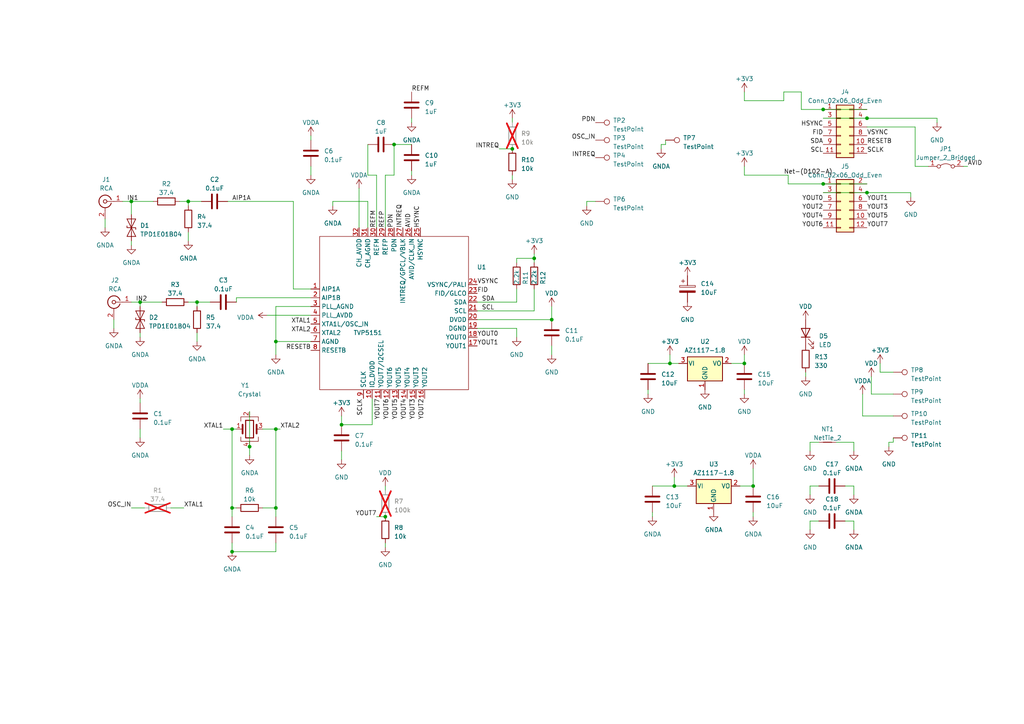
<source format=kicad_sch>
(kicad_sch (version 20230121) (generator eeschema)
  (paper "A4")
  (lib_symbols
    (symbol "Connector:Conn_Coaxial" (pin_names (offset 1.016) hide)
      (property "Reference" "J" (at 0.254 3.048 0))
      (property "Value" "Conn_Coaxial" (at 2.921 0 90))
      (symbol "Conn_Coaxial_0_1"
        (arc (start -1.778 -0.508) (mid 0.2311 -1.8066) (end 1.778 0) (stroke (width 0.254)))
        (polyline (pts (xy -2.54 0) (xy -0.508 0)))
        (polyline (pts (xy 0 -2.54) (xy 0 -1.778)))
        (circle (center 0 0) (radius 0.508) (stroke (width 0.2032)))
        (arc (start 1.778 0) (mid 0.2099 1.8101) (end -1.778 0.508) (stroke (width 0.254)))
      )
      (symbol "Conn_Coaxial_1_1"
        (pin passive line (at -5.08 0 0) (length 2.54) (name "In") (number "1"))
        (pin passive line (at 0 -5.08 90) (length 2.54) (name "Ext") (number "2"))
      )
    )
    (symbol "Connector:TestPoint" (pin_numbers hide) (pin_names (offset 0.762) hide)
      (property "Reference" "TP" (at 0 6.858 0))
      (property "Value" "TestPoint" (at 0 5.08 0))
      (symbol "TestPoint_0_1"
        (circle (center 0 3.302) (radius 0.762))
      )
      (symbol "TestPoint_1_1"
        (pin passive line (at 0 0 90) (length 2.54) (name "1") (number "1"))
      )
    )
    (symbol "Connector_Generic:Conn_02x06_Odd_Even" (pin_names (offset 1.016) hide)
      (property "Reference" "J" (at 1.27 7.62 0))
      (property "Value" "Conn_02x06_Odd_Even" (at 1.27 -10.16 0))
      (symbol "Conn_02x06_Odd_Even_1_1"
        (rectangle (start -1.27 -7.493) (end 0 -7.747) (stroke (width 0.1524)))
        (rectangle (start -1.27 -4.953) (end 0 -5.207) (stroke (width 0.1524)))
        (rectangle (start -1.27 -2.413) (end 0 -2.667) (stroke (width 0.1524)))
        (rectangle (start -1.27 0.127) (end 0 -0.127) (stroke (width 0.1524)))
        (rectangle (start -1.27 2.667) (end 0 2.413) (stroke (width 0.1524)))
        (rectangle (start -1.27 5.207) (end 0 4.953) (stroke (width 0.1524)))
        (rectangle (start -1.27 6.35) (end 3.81 -8.89) (stroke (width 0.254)) (fill (type background)))
        (rectangle (start 3.81 -7.493) (end 2.54 -7.747) (stroke (width 0.1524)))
        (rectangle (start 3.81 -4.953) (end 2.54 -5.207) (stroke (width 0.1524)))
        (rectangle (start 3.81 -2.413) (end 2.54 -2.667) (stroke (width 0.1524)))
        (rectangle (start 3.81 0.127) (end 2.54 -0.127) (stroke (width 0.1524)))
        (rectangle (start 3.81 2.667) (end 2.54 2.413) (stroke (width 0.1524)))
        (rectangle (start 3.81 5.207) (end 2.54 4.953) (stroke (width 0.1524)))
        (pin passive line (at -5.08 5.08 0) (length 3.81) (name "Pin_1") (number "1"))
        (pin passive line (at 7.62 -5.08 180) (length 3.81) (name "Pin_10") (number "10"))
        (pin passive line (at -5.08 -7.62 0) (length 3.81) (name "Pin_11") (number "11"))
        (pin passive line (at 7.62 -7.62 180) (length 3.81) (name "Pin_12") (number "12"))
        (pin passive line (at 7.62 5.08 180) (length 3.81) (name "Pin_2") (number "2"))
        (pin passive line (at -5.08 2.54 0) (length 3.81) (name "Pin_3") (number "3"))
        (pin passive line (at 7.62 2.54 180) (length 3.81) (name "Pin_4") (number "4"))
        (pin passive line (at -5.08 0 0) (length 3.81) (name "Pin_5") (number "5"))
        (pin passive line (at 7.62 0 180) (length 3.81) (name "Pin_6") (number "6"))
        (pin passive line (at -5.08 -2.54 0) (length 3.81) (name "Pin_7") (number "7"))
        (pin passive line (at 7.62 -2.54 180) (length 3.81) (name "Pin_8") (number "8"))
        (pin passive line (at -5.08 -5.08 0) (length 3.81) (name "Pin_9") (number "9"))
      )
    )
    (symbol "Device:C" (pin_numbers hide) (pin_names (offset 0.254))
      (property "Reference" "C" (at 0.635 2.54 0))
      (property "Value" "C" (at 0.635 -2.54 0))
      (symbol "C_0_1"
        (polyline (pts (xy -2.032 -0.762) (xy 2.032 -0.762)) (stroke (width 0.508)))
        (polyline (pts (xy -2.032 0.762) (xy 2.032 0.762)) (stroke (width 0.508)))
      )
      (symbol "C_1_1"
        (pin passive line (at 0 3.81 270) (length 2.794) (name "~") (number "1"))
        (pin passive line (at 0 -3.81 90) (length 2.794) (name "~") (number "2"))
      )
    )
    (symbol "Device:C_Polarized" (pin_numbers hide) (pin_names (offset 0.254))
      (property "Reference" "C" (at 0.635 2.54 0))
      (property "Value" "C_Polarized" (at 0.635 -2.54 0))
      (symbol "C_Polarized_0_1"
        (rectangle (start -2.286 0.508) (end 2.286 1.016))
        (polyline (pts (xy -1.778 2.286) (xy -0.762 2.286)))
        (polyline (pts (xy -1.27 2.794) (xy -1.27 1.778)))
        (rectangle (start 2.286 -0.508) (end -2.286 -1.016) (fill (type outline)))
      )
      (symbol "C_Polarized_1_1"
        (pin passive line (at 0 3.81 270) (length 2.794) (name "~") (number "1"))
        (pin passive line (at 0 -3.81 90) (length 2.794) (name "~") (number "2"))
      )
    )
    (symbol "Device:Crystal_GND24" (pin_names (offset 1.016) hide)
      (property "Reference" "Y" (at 3.175 5.08 0))
      (property "Value" "Crystal_GND24" (at 3.175 3.175 0))
      (symbol "Crystal_GND24_0_1"
        (rectangle (start -1.143 2.54) (end 1.143 -2.54) (stroke (width 0.3048)))
        (polyline (pts (xy -2.54 0) (xy -2.032 0)))
        (polyline (pts (xy -2.032 -1.27) (xy -2.032 1.27)) (stroke (width 0.508)))
        (polyline (pts (xy 0 -3.81) (xy 0 -3.556)))
        (polyline (pts (xy 0 3.556) (xy 0 3.81)))
        (polyline (pts (xy 2.032 -1.27) (xy 2.032 1.27)) (stroke (width 0.508)))
        (polyline (pts (xy 2.032 0) (xy 2.54 0)))
        (polyline (pts (xy -2.54 -2.286) (xy -2.54 -3.556) (xy 2.54 -3.556) (xy 2.54 -2.286)))
        (polyline (pts (xy -2.54 2.286) (xy -2.54 3.556) (xy 2.54 3.556) (xy 2.54 2.286)))
      )
      (symbol "Crystal_GND24_1_1"
        (pin passive line (at -3.81 0 0) (length 1.27) (name "1") (number "1"))
        (pin passive line (at 0 5.08 270) (length 1.27) (name "2") (number "2"))
        (pin passive line (at 3.81 0 180) (length 1.27) (name "3") (number "3"))
        (pin passive line (at 0 -5.08 90) (length 1.27) (name "4") (number "4"))
      )
    )
    (symbol "Device:LED" (pin_numbers hide) (pin_names (offset 1.016) hide)
      (property "Reference" "D" (at 0 2.54 0))
      (property "Value" "LED" (at 0 -2.54 0))
      (symbol "LED_0_1"
        (polyline (pts (xy -1.27 -1.27) (xy -1.27 1.27)) (stroke (width 0.254)))
        (polyline (pts (xy -1.27 0) (xy 1.27 0)))
        (polyline (pts (xy 1.27 -1.27) (xy 1.27 1.27) (xy -1.27 0) (xy 1.27 -1.27)) (stroke (width 0.254)))
        (polyline (pts (xy -3.048 -0.762) (xy -4.572 -2.286) (xy -3.81 -2.286) (xy -4.572 -2.286) (xy -4.572 -1.524)))
        (polyline (pts (xy -1.778 -0.762) (xy -3.302 -2.286) (xy -2.54 -2.286) (xy -3.302 -2.286) (xy -3.302 -1.524)))
      )
      (symbol "LED_1_1"
        (pin passive line (at -3.81 0 0) (length 2.54) (name "K") (number "1"))
        (pin passive line (at 3.81 0 180) (length 2.54) (name "A") (number "2"))
      )
    )
    (symbol "Device:NetTie_2" (pin_numbers hide) (pin_names (offset 0) hide) (in_bom no)
      (property "Reference" "NT" (at 0 1.27 0))
      (property "Value" "NetTie_2" (at 0 -1.27 0))
      (symbol "NetTie_2_0_1"
        (polyline (pts (xy -1.27 0) (xy 1.27 0)) (stroke (width 0.254)))
      )
      (symbol "NetTie_2_1_1"
        (pin passive line (at -2.54 0 0) (length 2.54) (name "1") (number "1"))
        (pin passive line (at 2.54 0 180) (length 2.54) (name "2") (number "2"))
      )
    )
    (symbol "Device:R" (pin_numbers hide) (pin_names (offset 0))
      (property "Reference" "R" (at 2.032 0 90))
      (property "Value" "R" (at 0 0 90))
      (symbol "R_0_1"
        (rectangle (start -1.016 -2.54) (end 1.016 2.54) (stroke (width 0.254)))
      )
      (symbol "R_1_1"
        (pin passive line (at 0 3.81 270) (length 1.27) (name "~") (number "1"))
        (pin passive line (at 0 -3.81 90) (length 1.27) (name "~") (number "2"))
      )
    )
    (symbol "Diode:ESD131-B1-W0201" (pin_numbers hide) (pin_names (offset 1.016) hide)
      (property "Reference" "D" (at 0 2.54 0))
      (property "Value" "ESD131-B1-W0201" (at 0 -2.54 0))
      (symbol "ESD131-B1-W0201_0_1"
        (polyline (pts (xy 1.27 0) (xy -1.27 0)))
        (polyline (pts (xy -2.54 -1.27) (xy 0 0) (xy -2.54 1.27) (xy -2.54 -1.27)) (stroke (width 0.2032)))
        (polyline (pts (xy 0.508 1.27) (xy 0 1.27) (xy 0 -1.27) (xy -0.508 -1.27)) (stroke (width 0.2032)))
        (polyline (pts (xy 2.54 1.27) (xy 2.54 -1.27) (xy 0 0) (xy 2.54 1.27)) (stroke (width 0.2032)))
      )
      (symbol "ESD131-B1-W0201_1_1"
        (pin passive line (at -3.81 0 0) (length 2.54) (name "A1") (number "1"))
        (pin passive line (at 3.81 0 180) (length 2.54) (name "A2") (number "2"))
      )
    )
    (symbol "Jumper:Jumper_2_Bridged" (pin_names (offset 0) hide)
      (property "Reference" "JP" (at 0 1.905 0))
      (property "Value" "Jumper_2_Bridged" (at 0 -2.54 0))
      (symbol "Jumper_2_Bridged_0_0"
        (circle (center -2.032 0) (radius 0.508))
        (circle (center 2.032 0) (radius 0.508))
      )
      (symbol "Jumper_2_Bridged_0_1"
        (arc (start 1.524 0.254) (mid 0 0.762) (end -1.524 0.254))
      )
      (symbol "Jumper_2_Bridged_1_1"
        (pin passive line (at -5.08 0 0) (length 2.54) (name "A") (number "1"))
        (pin passive line (at 5.08 0 180) (length 2.54) (name "B") (number "2"))
      )
    )
    (symbol "Regulator_Linear:AZ1117-1.8" (pin_names (offset 0.254))
      (property "Reference" "U" (at -3.81 3.175 0))
      (property "Value" "AZ1117-1.8" (at 0 3.175 0))
      (symbol "AZ1117-1.8_0_1"
        (rectangle (start -5.08 1.905) (end 5.08 -5.08) (stroke (width 0.254)) (fill (type background)))
      )
      (symbol "AZ1117-1.8_1_1"
        (pin power_in line (at 0 -7.62 90) (length 2.54) (name "GND") (number "1"))
        (pin power_out line (at 7.62 0 180) (length 2.54) (name "VO") (number "2"))
        (pin power_in line (at -7.62 0 0) (length 2.54) (name "VI") (number "3"))
      )
    )
    (symbol "analog_video:TVP5151"
      (property "Reference" "U" (at 0 0 0))
      (symbol "TVP5151_0_1"
        (rectangle (start -21.59 24.13) (end 21.59 -20.32))
      )
      (symbol "TVP5151_1_1"
        (pin input line (at -24.13 8.89 0) (length 2.54) (name "AIP1A") (number "1"))
        (pin input line (at -6.35 -22.86 90) (length 2.54) (name "IO_DVDD") (number "10"))
        (pin input line (at -3.81 -22.86 90) (length 2.54) (name "YOUT7/I2CSEL") (number "11"))
        (pin input line (at -1.27 -22.86 90) (length 2.54) (name "YOUT6") (number "12"))
        (pin input line (at 1.27 -22.86 90) (length 2.54) (name "YOUT5") (number "13"))
        (pin input line (at 3.81 -22.86 90) (length 2.54) (name "YOUT4") (number "14"))
        (pin input line (at 6.35 -22.86 90) (length 2.54) (name "YOUT3") (number "15"))
        (pin input line (at 8.89 -22.86 90) (length 2.54) (name "YOUT2") (number "16"))
        (pin input line (at 24.13 -7.62 180) (length 2.54) (name "YOUT1") (number "17"))
        (pin input line (at 24.13 -5.08 180) (length 2.54) (name "YOUT0") (number "18"))
        (pin input line (at 24.13 -2.54 180) (length 2.54) (name "DGND") (number "19"))
        (pin input line (at -24.13 6.35 0) (length 2.54) (name "AIP1B") (number "2"))
        (pin input line (at 24.13 0 180) (length 2.54) (name "DVDD") (number "20"))
        (pin input line (at 24.13 2.54 180) (length 2.54) (name "SCL") (number "21"))
        (pin input line (at 24.13 5.08 180) (length 2.54) (name "SDA") (number "22"))
        (pin input line (at 24.13 7.62 180) (length 2.54) (name "FID/GLCO") (number "23"))
        (pin input line (at 24.13 10.16 180) (length 2.54) (name "VSYNC/PALI") (number "24"))
        (pin input line (at 7.62 26.67 270) (length 2.54) (name "HSYNC") (number "25"))
        (pin input line (at 5.08 26.67 270) (length 2.54) (name "AVID/CLK_IN") (number "26"))
        (pin input line (at 2.54 26.67 270) (length 2.54) (name "INTREQ/GPCL/VBLK") (number "27"))
        (pin input line (at 0 26.67 270) (length 2.54) (name "PDN") (number "28"))
        (pin input line (at -2.54 26.67 270) (length 2.54) (name "REFP") (number "29"))
        (pin input line (at -24.13 3.81 0) (length 2.54) (name "PLL_AGND") (number "3"))
        (pin input line (at -5.08 26.67 270) (length 2.54) (name "REFM") (number "30"))
        (pin input line (at -7.62 26.67 270) (length 2.54) (name "CH_AGND") (number "31"))
        (pin input line (at -10.16 26.67 270) (length 2.54) (name "CH_AVDD") (number "32"))
        (pin input line (at -24.13 1.27 0) (length 2.54) (name "PLL_AVDD") (number "4"))
        (pin input line (at -24.13 -1.27 0) (length 2.54) (name "XTA1L/OSC_IN") (number "5"))
        (pin input line (at -24.13 -3.81 0) (length 2.54) (name "XTAL2") (number "6"))
        (pin input line (at -24.13 -6.35 0) (length 2.54) (name "AGND") (number "7"))
        (pin input line (at -24.13 -8.89 0) (length 2.54) (name "RESETB") (number "8"))
        (pin input line (at -8.89 -22.86 90) (length 2.54) (name "SCLK") (number "9"))
      )
    )
    (symbol "power:+3V3" (power) (pin_names (offset 0))
      (property "Value" "+3V3" (at 0 3.556 0))
      (symbol "+3V3_0_1"
        (polyline (pts (xy -0.762 1.27) (xy 0 2.54)))
        (polyline (pts (xy 0 0) (xy 0 2.54)))
        (polyline (pts (xy 0 2.54) (xy 0.762 1.27)))
      )
      (symbol "+3V3_1_1"
        (pin power_in line (at 0 0 90) (length 0) hide (name "+3V3") (number "1"))
      )
    )
    (symbol "power:GND" (power) (pin_names (offset 0))
      (property "Value" "GND" (at 0 -3.81 0))
      (symbol "GND_0_1"
        (polyline (pts (xy 0 0) (xy 0 -1.27) (xy 1.27 -1.27) (xy 0 -2.54) (xy -1.27 -1.27) (xy 0 -1.27)))
      )
      (symbol "GND_1_1"
        (pin power_in line (at 0 0 270) (length 0) hide (name "GND") (number "1"))
      )
    )
    (symbol "power:GNDA" (power) (pin_names (offset 0))
      (property "Value" "GNDA" (at 0 -3.81 0))
      (symbol "GNDA_0_1"
        (polyline (pts (xy 0 0) (xy 0 -1.27) (xy 1.27 -1.27) (xy 0 -2.54) (xy -1.27 -1.27) (xy 0 -1.27)))
      )
      (symbol "GNDA_1_1"
        (pin power_in line (at 0 0 270) (length 0) hide (name "GNDA") (number "1"))
      )
    )
    (symbol "power:VDD" (power) (pin_names (offset 0))
      (property "Value" "VDD" (at 0 3.81 0))
      (symbol "VDD_0_1"
        (polyline (pts (xy -0.762 1.27) (xy 0 2.54)))
        (polyline (pts (xy 0 0) (xy 0 2.54)))
        (polyline (pts (xy 0 2.54) (xy 0.762 1.27)))
      )
      (symbol "VDD_1_1"
        (pin power_in line (at 0 0 90) (length 0) hide (name "VDD") (number "1"))
      )
    )
    (symbol "power:VDDA" (power) (pin_names (offset 0))
      (property "Value" "VDDA" (at 0 3.81 0))
      (symbol "VDDA_0_1"
        (polyline (pts (xy -0.762 1.27) (xy 0 2.54)))
        (polyline (pts (xy 0 0) (xy 0 2.54)))
        (polyline (pts (xy 0 2.54) (xy 0.762 1.27)))
      )
      (symbol "VDDA_1_1"
        (pin power_in line (at 0 0 90) (length 0) hide (name "VDDA") (number "1"))
      )
    )
  )
  (junction (at 215.9 105.41))
  (junction (at 67.31 160.02))
  (junction (at 67.31 147.32))
  (junction (at 154.94 74.93))
  (junction (at 72.39 129.54))
  (junction (at 218.44 140.97))
  (junction (at 251.46 34.29))
  (junction (at 80.01 147.32))
  (junction (at 114.3 41.91))
  (junction (at 54.61 58.42))
  (junction (at 80.01 99.06))
  (junction (at 57.15 87.63))
  (junction (at 194.31 105.41))
  (junction (at 238.76 53.34))
  (junction (at 67.31 124.46))
  (junction (at 99.06 123.19))
  (junction (at 195.58 140.97))
  (junction (at 251.46 55.88))
  (junction (at 40.64 87.63))
  (junction (at 111.76 149.86))
  (junction (at 148.59 43.18))
  (junction (at 38.1 58.42))
  (junction (at 160.02 92.71))
  (junction (at 238.76 31.75))
  (junction (at 80.01 124.46))
  (wire (pts (xy 238.76 31.75) (xy 232.41 31.75)))
  (wire (pts (xy 109.22 66.04) (xy 109.22 50.8)))
  (wire (pts (xy 106.68 58.42) (xy 96.52 58.42)))
  (wire (pts (xy 80.01 88.9) (xy 90.17 88.9)))
  (wire (pts (xy 40.64 124.46) (xy 40.64 127)))
  (wire (pts (xy 54.61 58.42) (xy 58.42 58.42)))
  (wire (pts (xy 40.64 87.63) (xy 40.64 88.9)))
  (wire (pts (xy 170.18 58.42) (xy 172.72 58.42)))
  (wire (pts (xy 38.1 147.32) (xy 41.91 147.32)))
  (wire (pts (xy 234.95 143.51) (xy 234.95 140.97)))
  (wire (pts (xy 264.16 57.15) (xy 264.16 55.88)))
  (wire (pts (xy 149.86 95.25) (xy 138.43 95.25)))
  (wire (pts (xy 234.95 130.81) (xy 234.95 128.27)))
  (wire (pts (xy 40.64 115.57) (xy 40.64 116.84)))
  (wire (pts (xy 259.08 128.27) (xy 259.08 127)))
  (wire (pts (xy 57.15 87.63) (xy 60.96 87.63)))
  (wire (pts (xy 111.76 50.8) (xy 114.3 50.8)))
  (wire (pts (xy 194.31 102.87) (xy 194.31 105.41)))
  (wire (pts (xy 247.65 153.67) (xy 247.65 151.13)))
  (wire (pts (xy 111.76 157.48) (xy 111.76 158.75)))
  (wire (pts (xy 76.2 124.46) (xy 80.01 124.46)))
  (wire (pts (xy 193.04 41.91) (xy 193.04 40.64)))
  (wire (pts (xy 57.15 96.52) (xy 57.15 99.06)))
  (wire (pts (xy 119.38 49.53) (xy 119.38 50.8)))
  (wire (pts (xy 242.57 128.27) (xy 247.65 128.27)))
  (wire (pts (xy 38.1 58.42) (xy 38.1 62.23)))
  (wire (pts (xy 66.04 58.42) (xy 85.09 58.42)))
  (wire (pts (xy 68.58 86.36) (xy 90.17 86.36)))
  (wire (pts (xy 90.17 48.26) (xy 90.17 50.8)))
  (wire (pts (xy 144.78 43.18) (xy 148.59 43.18)))
  (wire (pts (xy 247.65 143.51) (xy 247.65 140.97)))
  (wire (pts (xy 67.31 124.46) (xy 67.31 147.32)))
  (wire (pts (xy 187.96 113.03) (xy 187.96 114.3)))
  (wire (pts (xy 271.78 34.29) (xy 251.46 34.29)))
  (wire (pts (xy 54.61 67.31) (xy 54.61 69.85)))
  (wire (pts (xy 106.68 66.04) (xy 106.68 58.42)))
  (wire (pts (xy 138.43 92.71) (xy 160.02 92.71)))
  (wire (pts (xy 215.9 105.41) (xy 212.09 105.41)))
  (wire (pts (xy 154.94 74.93) (xy 154.94 76.2)))
  (wire (pts (xy 54.61 58.42) (xy 54.61 59.69)))
  (wire (pts (xy 99.06 130.81) (xy 99.06 133.35)))
  (wire (pts (xy 30.48 63.5) (xy 30.48 66.04)))
  (wire (pts (xy 191.77 43.18) (xy 191.77 41.91)))
  (wire (pts (xy 269.24 48.26) (xy 265.43 48.26)))
  (wire (pts (xy 99.06 120.65) (xy 99.06 123.19)))
  (wire (pts (xy 191.77 41.91) (xy 193.04 41.91)))
  (wire (pts (xy 38.1 87.63) (xy 40.64 87.63)))
  (wire (pts (xy 257.81 129.54) (xy 257.81 128.27)))
  (wire (pts (xy 194.31 105.41) (xy 196.85 105.41)))
  (wire (pts (xy 149.86 83.82) (xy 149.86 87.63)))
  (wire (pts (xy 85.09 83.82) (xy 90.17 83.82)))
  (wire (pts (xy 80.01 147.32) (xy 80.01 124.46)))
  (wire (pts (xy 114.3 50.8) (xy 114.3 41.91)))
  (wire (pts (xy 149.86 87.63) (xy 138.43 87.63)))
  (wire (pts (xy 238.76 34.29) (xy 251.46 34.29)))
  (wire (pts (xy 54.61 87.63) (xy 57.15 87.63)))
  (wire (pts (xy 109.22 149.86) (xy 111.76 149.86)))
  (wire (pts (xy 38.1 58.42) (xy 44.45 58.42)))
  (wire (pts (xy 40.64 87.63) (xy 46.99 87.63)))
  (wire (pts (xy 149.86 74.93) (xy 154.94 74.93)))
  (wire (pts (xy 228.6 53.34) (xy 228.6 50.8)))
  (wire (pts (xy 218.44 140.97) (xy 214.63 140.97)))
  (wire (pts (xy 218.44 148.59) (xy 218.44 149.86)))
  (wire (pts (xy 234.95 140.97) (xy 237.49 140.97)))
  (wire (pts (xy 232.41 26.67) (xy 232.41 31.75)))
  (wire (pts (xy 149.86 97.79) (xy 149.86 95.25)))
  (wire (pts (xy 215.9 48.26) (xy 215.9 50.8)))
  (wire (pts (xy 33.02 92.71) (xy 33.02 95.25)))
  (wire (pts (xy 271.78 35.56) (xy 271.78 34.29)))
  (wire (pts (xy 215.9 50.8) (xy 228.6 50.8)))
  (wire (pts (xy 80.01 160.02) (xy 80.01 157.48)))
  (wire (pts (xy 238.76 55.88) (xy 251.46 55.88)))
  (wire (pts (xy 67.31 147.32) (xy 67.31 149.86)))
  (wire (pts (xy 99.06 123.19) (xy 107.95 123.19)))
  (wire (pts (xy 77.47 91.44) (xy 90.17 91.44)))
  (wire (pts (xy 238.76 53.34) (xy 251.46 53.34)))
  (wire (pts (xy 35.56 58.42) (xy 38.1 58.42)))
  (wire (pts (xy 247.65 151.13) (xy 245.11 151.13)))
  (wire (pts (xy 80.01 99.06) (xy 90.17 99.06)))
  (wire (pts (xy 111.76 66.04) (xy 111.76 50.8)))
  (wire (pts (xy 80.01 99.06) (xy 80.01 88.9)))
  (wire (pts (xy 265.43 48.26) (xy 265.43 36.83)))
  (wire (pts (xy 52.07 58.42) (xy 54.61 58.42)))
  (wire (pts (xy 72.39 119.38) (xy 72.39 129.54)))
  (wire (pts (xy 232.41 26.67) (xy 227.33 26.67)))
  (wire (pts (xy 215.9 26.67) (xy 215.9 29.21)))
  (wire (pts (xy 228.6 53.34) (xy 238.76 53.34)))
  (wire (pts (xy 195.58 138.43) (xy 195.58 140.97)))
  (wire (pts (xy 255.27 107.95) (xy 259.08 107.95)))
  (wire (pts (xy 215.9 102.87) (xy 215.9 105.41)))
  (wire (pts (xy 234.95 153.67) (xy 234.95 151.13)))
  (wire (pts (xy 104.14 54.61) (xy 104.14 66.04)))
  (wire (pts (xy 154.94 73.66) (xy 154.94 74.93)))
  (wire (pts (xy 106.68 50.8) (xy 106.68 41.91)))
  (wire (pts (xy 227.33 26.67) (xy 227.33 29.21)))
  (wire (pts (xy 111.76 140.97) (xy 111.76 142.24)))
  (wire (pts (xy 160.02 100.33) (xy 160.02 102.87)))
  (wire (pts (xy 109.22 50.8) (xy 106.68 50.8)))
  (wire (pts (xy 80.01 124.46) (xy 81.28 124.46)))
  (wire (pts (xy 96.52 58.42) (xy 96.52 59.69)))
  (wire (pts (xy 114.3 41.91) (xy 119.38 41.91)))
  (wire (pts (xy 250.19 114.3) (xy 250.19 120.65)))
  (wire (pts (xy 251.46 36.83) (xy 265.43 36.83)))
  (wire (pts (xy 57.15 87.63) (xy 57.15 88.9)))
  (wire (pts (xy 67.31 160.02) (xy 80.01 160.02)))
  (wire (pts (xy 234.95 151.13) (xy 237.49 151.13)))
  (wire (pts (xy 255.27 105.41) (xy 255.27 107.95)))
  (wire (pts (xy 67.31 124.46) (xy 68.58 124.46)))
  (wire (pts (xy 90.17 39.37) (xy 90.17 40.64)))
  (wire (pts (xy 238.76 31.75) (xy 251.46 31.75)))
  (wire (pts (xy 138.43 90.17) (xy 154.94 90.17)))
  (wire (pts (xy 80.01 102.87) (xy 80.01 99.06)))
  (wire (pts (xy 72.39 129.54) (xy 72.39 132.08)))
  (wire (pts (xy 233.68 107.95) (xy 233.68 109.22)))
  (wire (pts (xy 149.86 76.2) (xy 149.86 74.93)))
  (wire (pts (xy 154.94 90.17) (xy 154.94 83.82)))
  (wire (pts (xy 76.2 147.32) (xy 80.01 147.32)))
  (wire (pts (xy 67.31 157.48) (xy 67.31 160.02)))
  (wire (pts (xy 119.38 34.29) (xy 119.38 35.56)))
  (wire (pts (xy 215.9 113.03) (xy 215.9 114.3)))
  (wire (pts (xy 252.73 114.3) (xy 259.08 114.3)))
  (wire (pts (xy 189.23 140.97) (xy 195.58 140.97)))
  (wire (pts (xy 189.23 148.59) (xy 189.23 149.86)))
  (wire (pts (xy 80.01 147.32) (xy 80.01 149.86)))
  (wire (pts (xy 247.65 140.97) (xy 245.11 140.97)))
  (wire (pts (xy 195.58 140.97) (xy 199.39 140.97)))
  (wire (pts (xy 250.19 120.65) (xy 259.08 120.65)))
  (wire (pts (xy 68.58 86.36) (xy 68.58 87.63)))
  (wire (pts (xy 148.59 50.8) (xy 148.59 52.07)))
  (wire (pts (xy 234.95 128.27) (xy 237.49 128.27)))
  (wire (pts (xy 38.1 69.85) (xy 38.1 71.12)))
  (wire (pts (xy 85.09 58.42) (xy 85.09 83.82)))
  (wire (pts (xy 148.59 34.29) (xy 148.59 35.56)))
  (wire (pts (xy 252.73 109.22) (xy 252.73 114.3)))
  (wire (pts (xy 257.81 128.27) (xy 259.08 128.27)))
  (wire (pts (xy 40.64 96.52) (xy 40.64 97.79)))
  (wire (pts (xy 64.77 124.46) (xy 67.31 124.46)))
  (wire (pts (xy 187.96 105.41) (xy 194.31 105.41)))
  (wire (pts (xy 218.44 135.89) (xy 218.44 140.97)))
  (wire (pts (xy 160.02 92.71) (xy 160.02 88.9)))
  (wire (pts (xy 49.53 147.32) (xy 53.34 147.32)))
  (wire (pts (xy 215.9 29.21) (xy 227.33 29.21)))
  (wire (pts (xy 279.4 48.26) (xy 280.67 48.26)))
  (wire (pts (xy 170.18 59.69) (xy 170.18 58.42)))
  (wire (pts (xy 247.65 130.81) (xy 247.65 128.27)))
  (wire (pts (xy 107.95 123.19) (xy 107.95 115.57)))
  (wire (pts (xy 264.16 55.88) (xy 251.46 55.88)))
  (wire (pts (xy 68.58 147.32) (xy 67.31 147.32)))
  (label "INTREQ" (at 172.72 45.72 180))
  (label "YOUT0" (at 238.76 58.42 180))
  (label "XTAL2" (at 90.17 96.52 180))
  (label "INTREQ" (at 116.84 66.04 90))
  (label "YOUT1" (at 251.46 58.42 0))
  (label "VSYNC" (at 251.46 39.37 0))
  (label "XTAL1" (at 90.17 93.98 180))
  (label "AIP1A" (at 67.31 58.42 0))
  (label "YOUT2" (at 238.76 60.96 180))
  (label "YOUT5" (at 115.57 115.57 270))
  (label "REFM" (at 119.38 26.67 0))
  (label "REFP" (at 111.76 66.04 90))
  (label "XTAL1" (at 64.77 124.46 180))
  (label "YOUT6" (at 113.03 115.57 270))
  (label "REFM" (at 109.22 66.04 90))
  (label "PDN" (at 114.3 66.04 90))
  (label "YOUT4" (at 118.11 115.57 270))
  (label "SCLK" (at 251.46 44.45 0))
  (label "YOUT0" (at 138.43 97.79 0))
  (label "XTAL2" (at 81.28 124.46 0))
  (label "YOUT3" (at 120.65 115.57 270))
  (label "YOUT2" (at 123.19 115.57 270))
  (label "FID" (at 238.76 39.37 180))
  (label "XTAL1" (at 53.34 147.32 0))
  (label "HSYNC" (at 238.76 36.83 180))
  (label "SDA" (at 139.7 87.63 0))
  (label "RESETB" (at 90.17 101.6 180))
  (label "YOUT3" (at 251.46 60.96 0))
  (label "OSC_IN" (at 172.72 40.64 180))
  (label "IN1" (at 36.83 58.42 0))
  (label "HSYNC" (at 121.92 66.04 90))
  (label "FID" (at 138.43 85.09 0))
  (label "INTREQ" (at 144.78 43.18 180))
  (label "RESETB" (at 251.46 41.91 0))
  (label "YOUT7" (at 109.22 149.86 180))
  (label "SCLK" (at 105.41 115.57 270))
  (label "SDA" (at 238.76 41.91 180))
  (label "YOUT7" (at 251.46 66.04 0))
  (label "YOUT5" (at 251.46 63.5 0))
  (label "YOUT1" (at 138.43 100.33 0))
  (label "YOUT4" (at 238.76 63.5 180))
  (label "PDN" (at 172.72 35.56 180))
  (label "YOUT7" (at 110.49 115.57 270))
  (label "VSYNC" (at 138.43 82.55 0))
  (label "OSC_IN" (at 38.1 147.32 180))
  (label "SCL" (at 139.7 90.17 0))
  (label "AVID" (at 280.67 48.26 0))
  (label "IN2" (at 39.37 87.63 0))
  (label "YOUT6" (at 238.76 66.04 180))
  (label "Net-(D102-A)" (at 227.33 50.8 0))
  (label "AVID" (at 119.38 66.04 90))
  (label "SCL" (at 238.76 44.45 180))
  (symbol (lib_id "power:GNDA") (at 30.48 66.04 0) (unit 1)
    (property "Reference" "#PWR01" (effects hide))
    (property "Value" "GNDA" (at 30.48 71.12 0))
  )
  (symbol (lib_id "power:GND") (at 111.76 158.75 0) (unit 1)
    (property "Reference" "#PWR020" (effects hide))
    (property "Value" "GND" (at 111.76 163.83 0))
  )
  (symbol (lib_id "power:GND") (at 187.96 114.3 0) (unit 1)
    (property "Reference" "#PWR032" (effects hide))
    (property "Value" "GND" (at 187.96 119.38 0))
  )
  (symbol (lib_id "Device:C") (at 90.17 44.45 180) (unit 1)
    (property "Reference" "C6" (at 93.98 43.815 0) (effects (justify right)))
    (property "Value" "0.1uF" (at 93.98 46.355 0) (effects (justify right)))
    (property "Footprint" "Capacitor_SMD:C_0603_1608Metric" (effects hide))
  )
  (symbol (lib_id "power:VDDA") (at 104.14 54.61 0) (unit 1)
    (property "Reference" "#PWR018" (effects hide))
    (property "Value" "VDDA" (at 104.14 50.8 0))
  )
  (symbol (lib_id "power:GNDA") (at 40.64 127 0) (unit 1)
    (property "Reference" "#PWR06" (effects hide))
    (property "Value" "GNDA" (at 40.64 132.08 0))
  )
  (symbol (lib_id "power:VDD") (at 160.02 88.9 0) (unit 1)
    (property "Reference" "#PWR029" (effects hide))
    (property "Value" "VDD" (at 160.02 85.09 0))
  )
  (symbol (lib_id "power:GNDA") (at 119.38 35.56 0) (unit 1)
    (property "Reference" "#PWR021" (effects hide))
    (property "Value" "GNDA" (at 119.38 40.64 0))
  )
  (symbol (lib_id "power:VDDA") (at 77.47 91.44 90) (unit 1)
    (property "Reference" "#PWR011" (effects hide))
    (property "Value" "VDDA" (at 73.66 92.075 90) (effects (justify left)))
  )
  (symbol (lib_id "power:GNDA") (at 90.17 50.8 0) (unit 1)
    (property "Reference" "#PWR014" (effects hide))
    (property "Value" "GNDA" (at 90.17 55.88 0))
  )
  (symbol (lib_id "power:GND") (at 199.39 87.63 0) (unit 1)
    (property "Reference" "#PWR038" (effects hide))
    (property "Value" "GND" (at 199.39 92.71 0))
  )
  (symbol (lib_id "power:+3V3") (at 148.59 34.29 0) (unit 1)
    (property "Reference" "#PWR023" (effects hide))
    (property "Value" "+3V3" (at 148.59 30.48 0))
  )
  (symbol (lib_id "Connector:Conn_Coaxial") (at 33.02 87.63 0) (mirror y) (unit 1)
    (property "Reference" "J2" (at 33.3374 81.28 0))
    (property "Value" "RCA" (at 33.3374 83.82 0))
    (property "Datasheet" " ~" (effects hide))
  )
  (symbol (lib_id "power:GNDA") (at 247.65 143.51 0) (unit 1)
    (property "Reference" "#PWR053" (effects hide))
    (property "Value" "GNDA" (at 247.65 148.59 0))
  )
  (symbol (lib_id "power:+3V3") (at 194.31 102.87 0) (unit 1)
    (property "Reference" "#PWR035" (effects hide))
    (property "Value" "+3V3" (at 194.31 99.06 0))
  )
  (symbol (lib_id "power:+3V3") (at 255.27 105.41 0) (unit 1)
    (property "Reference" "#PWR057" (effects hide))
    (property "Value" "+3V3" (at 255.27 101.6 0))
  )
  (symbol (lib_id "power:GNDA") (at 247.65 130.81 0) (unit 1)
    (property "Reference" "#PWR052" (effects hide))
    (property "Value" "GNDA" (at 247.65 135.89 0))
  )
  (symbol (lib_id "power:GND") (at 204.47 113.03 0) (unit 1)
    (property "Reference" "#PWR039" (effects hide))
    (property "Value" "GND" (at 204.47 118.11 0))
  )
  (symbol (lib_id "Device:C") (at 80.01 153.67 180) (unit 1)
    (property "Reference" "C5" (at 83.82 153.035 0) (effects (justify right)))
    (property "Value" "0.1uF" (at 83.82 155.575 0) (effects (justify right)))
    (property "Footprint" "Capacitor_SMD:C_0603_1608Metric" (effects hide))
  )
  (symbol (lib_id "power:GND") (at 233.68 109.22 0) (unit 1)
    (property "Reference" "#PWR048" (effects hide))
    (property "Value" "GND" (at 233.68 114.3 0))
  )
  (symbol (lib_id "power:VDD") (at 215.9 102.87 0) (unit 1)
    (property "Reference" "#PWR043" (effects hide))
    (property "Value" "VDD" (at 215.9 99.06 0))
  )
  (symbol (lib_id "Device:C_Polarized") (at 199.39 83.82 0) (unit 1)
    (property "Reference" "C14" (at 203.2 82.296 0) (effects (justify left)))
    (property "Value" "10uF" (at 203.2 84.836 0) (effects (justify left)))
    (property "Footprint" "Capacitor_THT:CP_Radial_D5.0mm_P2.00mm" (effects hide))
  )
  (symbol (lib_id "Device:C") (at 40.64 120.65 180) (unit 1)
    (property "Reference" "C1" (at 44.45 120.015 0) (effects (justify right)))
    (property "Value" "0.1uF" (at 44.45 122.555 0) (effects (justify right)))
    (property "Footprint" "Capacitor_SMD:C_0603_1608Metric" (effects hide))
  )
  (symbol (lib_id "power:GND") (at 271.78 35.56 0) (unit 1)
    (property "Reference" "#PWR060" (effects hide))
    (property "Value" "GND" (at 271.78 40.64 0))
  )
  (symbol (lib_id "power:GNDA") (at 33.02 95.25 0) (unit 1)
    (property "Reference" "#PWR02" (effects hide))
    (property "Value" "GNDA" (at 33.02 100.33 0))
  )
  (symbol (lib_id "Device:C") (at 187.96 109.22 0) (unit 1)
    (property "Reference" "C12" (at 191.77 108.585 0) (effects (justify left)))
    (property "Value" "10uF" (at 191.77 111.125 0) (effects (justify left)))
    (property "Footprint" "Capacitor_SMD:C_0805_2012Metric" (effects hide))
  )
  (symbol (lib_id "power:GNDA") (at 218.44 149.86 0) (unit 1)
    (property "Reference" "#PWR046" (effects hide))
    (property "Value" "GNDA" (at 218.44 154.94 0))
  )
  (symbol (lib_id "power:GNDA") (at 38.1 71.12 0) (unit 1)
    (property "Reference" "#PWR03" (effects hide))
    (property "Value" "GNDA" (at 38.1 76.2 0))
  )
  (symbol (lib_id "Device:R") (at 48.26 58.42 90) (unit 1)
    (property "Reference" "R2" (at 48.26 53.34 90))
    (property "Value" "37.4" (at 48.26 55.88 90))
    (property "Footprint" "Resistor_SMD:R_0603_1608Metric_Pad0.98x0.95mm_HandSolder" (effects hide))
  )
  (symbol (lib_id "Diode:ESD131-B1-W0201") (at 40.64 92.71 90) (unit 1)
    (property "Reference" "D2" (at 43.18 92.075 90) (effects (justify right)))
    (property "Value" "TPD1E01B04" (at 43.18 94.615 90) (effects (justify right)))
    (property "Footprint" "Diode_SMD:D_0402_1005Metric_Pad0.77x0.64mm_HandSolder" (effects hide))
  )
  (symbol (lib_id "Device:LED") (at 233.68 96.52 90) (unit 1)
    (property "Reference" "D5" (at 237.49 97.4725 90) (effects (justify right)))
    (property "Value" "LED" (at 237.49 100.0125 90) (effects (justify right)))
    (property "Footprint" "LED_SMD:LED_0603_1608Metric_Pad1.05x0.95mm_HandSolder" (effects hide))
  )
  (symbol (lib_id "Device:R") (at 148.59 46.99 0) (unit 1)
    (property "Reference" "R10" (at 151.13 46.355 0) (effects (justify left)))
    (property "Value" "10k" (at 151.13 48.895 0) (effects (justify left)))
    (property "Footprint" "Resistor_SMD:R_0603_1608Metric_Pad0.98x0.95mm_HandSolder" (effects hide))
  )
  (symbol (lib_id "Connector:TestPoint") (at 259.08 127 270) (unit 1)
    (property "Reference" "TP11" (at 264.16 126.365 90) (effects (justify left)))
    (property "Value" "TestPoint" (at 264.16 128.905 90) (effects (justify left)))
    (property "Footprint" "TestPoint:TestPoint_THTPad_1.5x1.5mm_Drill0.7mm" (effects hide))
  )
  (symbol (lib_id "Device:C") (at 215.9 109.22 0) (unit 1)
    (property "Reference" "C15" (at 219.71 108.585 0) (effects (justify left)))
    (property "Value" "10uF" (at 219.71 111.125 0) (effects (justify left)))
    (property "Footprint" "Capacitor_SMD:C_0805_2012Metric" (effects hide))
  )
  (symbol (lib_id "power:GNDA") (at 72.39 132.08 0) (unit 1)
    (property "Reference" "#PWR010" (effects hide))
    (property "Value" "GNDA" (at 72.39 137.16 0))
  )
  (symbol (lib_id "power:VDDA") (at 250.19 114.3 0) (unit 1)
    (property "Reference" "#PWR055" (effects hide))
    (property "Value" "VDDA" (at 250.19 110.49 0))
  )
  (symbol (lib_id "Device:C") (at 62.23 58.42 90) (unit 1)
    (property "Reference" "C2" (at 62.23 52.07 90))
    (property "Value" "0.1uF" (at 62.23 54.61 90))
    (property "Footprint" "Capacitor_SMD:C_0603_1608Metric" (effects hide))
  )
  (symbol (lib_id "Device:R") (at 154.94 80.01 0) (unit 1)
    (property "Reference" "R12" (at 157.48 82.55 90) (effects (justify left)))
    (property "Value" "2.2k" (at 154.94 82.55 90) (effects (justify left)))
    (property "Footprint" "Resistor_SMD:R_0603_1608Metric_Pad0.98x0.95mm_HandSolder" (effects hide))
  )
  (symbol (lib_id "power:VDDA") (at 218.44 135.89 0) (unit 1)
    (property "Reference" "#PWR045" (effects hide))
    (property "Value" "VDDA" (at 218.44 132.08 0))
  )
  (symbol (lib_id "power:GND") (at 264.16 57.15 0) (unit 1)
    (property "Reference" "#PWR059" (effects hide))
    (property "Value" "GND" (at 264.16 62.23 0))
  )
  (symbol (lib_id "power:GND") (at 234.95 153.67 0) (unit 1)
    (property "Reference" "#PWR051" (effects hide))
    (property "Value" "GND" (at 234.95 158.75 0))
  )
  (symbol (lib_id "power:GNDA") (at 40.64 97.79 0) (unit 1)
    (property "Reference" "#PWR04" (effects hide))
    (property "Value" "GNDA" (at 40.64 102.87 0))
  )
  (symbol (lib_id "power:GND") (at 234.95 143.51 0) (unit 1)
    (property "Reference" "#PWR050" (effects hide))
    (property "Value" "GND" (at 234.95 148.59 0))
  )
  (symbol (lib_id "power:+3V3") (at 195.58 138.43 0) (unit 1)
    (property "Reference" "#PWR036" (effects hide))
    (property "Value" "+3V3" (at 195.58 134.62 0))
  )
  (symbol (lib_id "power:VDD") (at 252.73 109.22 0) (unit 1)
    (property "Reference" "#PWR056" (effects hide))
    (property "Value" "VDD" (at 252.73 105.41 0))
  )
  (symbol (lib_id "Device:C") (at 119.38 45.72 0) (unit 1)
    (property "Reference" "C10" (at 123.19 45.085 0) (effects (justify left)))
    (property "Value" "1uF" (at 123.19 47.625 0) (effects (justify left)))
    (property "Footprint" "Capacitor_SMD:C_0603_1608Metric" (effects hide))
  )
  (symbol (lib_id "power:VDDA") (at 90.17 39.37 0) (unit 1)
    (property "Reference" "#PWR013" (effects hide))
    (property "Value" "VDDA" (at 90.17 35.56 0))
  )
  (symbol (lib_id "power:GNDA") (at 96.52 59.69 0) (unit 1)
    (property "Reference" "#PWR015" (effects hide))
    (property "Value" "GNDA" (at 96.52 64.77 0))
  )
  (symbol (lib_id "power:GND") (at 234.95 130.81 0) (unit 1)
    (property "Reference" "#PWR049" (effects hide))
    (property "Value" "GND" (at 234.95 135.89 0))
  )
  (symbol (lib_id "Diode:ESD131-B1-W0201") (at 38.1 66.04 90) (unit 1)
    (property "Reference" "D1" (at 40.64 65.405 90) (effects (justify right)))
    (property "Value" "TPD1E01B04" (at 40.64 67.945 90) (effects (justify right)))
    (property "Footprint" "Diode_SMD:D_0402_1005Metric_Pad0.77x0.64mm_HandSolder" (effects hide))
  )
  (symbol (lib_id "Device:C") (at 160.02 96.52 0) (unit 1)
    (property "Reference" "C11" (at 163.83 95.885 0) (effects (justify left)))
    (property "Value" "0.1uF" (at 163.83 98.425 0) (effects (justify left)))
    (property "Footprint" "Capacitor_SMD:C_0603_1608Metric" (effects hide))
  )
  (symbol (lib_id "power:GNDA") (at 119.38 50.8 0) (unit 1)
    (property "Reference" "#PWR022" (effects hide))
    (property "Value" "GNDA" (at 119.38 55.88 0))
  )
  (symbol (lib_id "Jumper:Jumper_2_Bridged") (at 274.32 48.26 0) (unit 1)
    (property "Reference" "JP1" (at 274.32 43.18 0))
    (property "Value" "Jumper_2_Bridged" (at 274.32 45.72 0))
    (property "Footprint" "Jumper:SolderJumper-2_P1.3mm_Bridged2Bar_Pad1.0x1.5mm" (effects hide))
  )
  (symbol (lib_id "Device:R") (at 111.76 153.67 0) (unit 1)
    (property "Reference" "R8" (at 114.3 153.035 0) (effects (justify left)))
    (property "Value" "10k" (at 114.3 155.575 0) (effects (justify left)))
    (property "Footprint" "Resistor_SMD:R_0603_1608Metric_Pad0.98x0.95mm_HandSolder" (effects hide))
  )
  (symbol (lib_id "Connector_Generic:Conn_02x06_Odd_Even") (at 243.84 36.83 0) (unit 1)
    (property "Reference" "J4" (at 245.11 26.67 0))
    (property "Value" "Conn_02x06_Odd_Even" (at 245.11 29.21 0))
    (property "Footprint" "Connector_PinHeader_2.54mm:PinHeader_2x06_P2.54mm_Horizontal" (effects hide))
  )
  (symbol (lib_id "power:VDD") (at 111.76 140.97 0) (unit 1)
    (property "Reference" "#PWR019" (effects hide))
    (property "Value" "VDD" (at 111.76 137.16 0))
  )
  (symbol (lib_id "Device:R") (at 45.72 147.32 90) (unit 1) (in_bom no) (dnp yes)
    (property "Reference" "R1" (at 45.72 142.24 90))
    (property "Value" "37.4" (at 45.72 144.78 90))
    (property "Footprint" "Resistor_SMD:R_0603_1608Metric_Pad0.98x0.95mm_HandSolder" (effects hide))
  )
  (symbol (lib_id "Connector:TestPoint") (at 259.08 114.3 270) (unit 1)
    (property "Reference" "TP9" (at 264.16 113.665 90) (effects (justify left)))
    (property "Value" "TestPoint" (at 264.16 116.205 90) (effects (justify left)))
    (property "Footprint" "TestPoint:TestPoint_THTPad_1.5x1.5mm_Drill0.7mm" (effects hide))
  )
  (symbol (lib_id "power:VDD") (at 233.68 92.71 0) (unit 1)
    (property "Reference" "#PWR047" (effects hide))
    (property "Value" "VDD" (at 233.68 88.9 0))
  )
  (symbol (lib_id "Device:Crystal_GND24") (at 72.39 124.46 0) (unit 1)
    (property "Reference" "Y1" (at 71.12 111.76 0))
    (property "Value" "Crystal" (at 72.39 114.3 0))
    (property "Footprint" "Crystal:Crystal_SMD_Abracon_ABM8AIG-4Pin_3.2x2.5mm" (effects hide))
  )
  (symbol (lib_id "Connector:TestPoint") (at 172.72 45.72 270) (unit 1)
    (property "Reference" "TP4" (at 177.8 45.085 90) (effects (justify left)))
    (property "Value" "TestPoint" (at 177.8 47.625 90) (effects (justify left)))
    (property "Footprint" "TestPoint:TestPoint_THTPad_1.5x1.5mm_Drill0.7mm" (effects hide))
  )
  (symbol (lib_id "Connector:TestPoint") (at 259.08 107.95 270) (unit 1)
    (property "Reference" "TP8" (at 264.16 107.315 90) (effects (justify left)))
    (property "Value" "TestPoint" (at 264.16 109.855 90) (effects (justify left)))
    (property "Footprint" "TestPoint:TestPoint_THTPad_1.5x1.5mm_Drill0.7mm" (effects hide))
  )
  (symbol (lib_id "power:GND") (at 99.06 133.35 0) (unit 1)
    (property "Reference" "#PWR017" (effects hide))
    (property "Value" "GND" (at 99.06 138.43 0))
  )
  (symbol (lib_id "power:+3V3") (at 199.39 80.01 0) (unit 1)
    (property "Reference" "#PWR037" (effects hide))
    (property "Value" "+3V3" (at 199.39 76.2 0))
  )
  (symbol (lib_id "power:GND") (at 149.86 97.79 0) (unit 1)
    (property "Reference" "#PWR025" (effects hide))
    (property "Value" "GND" (at 149.86 102.87 0))
  )
  (symbol (lib_id "Device:C") (at 241.3 151.13 90) (unit 1)
    (property "Reference" "C18" (at 241.3 144.78 90))
    (property "Value" "0.1uF" (at 241.3 147.32 90))
    (property "Footprint" "Capacitor_SMD:C_0603_1608Metric" (effects hide))
  )
  (symbol (lib_id "Device:C") (at 67.31 153.67 180) (unit 1)
    (property "Reference" "C4" (at 71.12 153.035 0) (effects (justify right)))
    (property "Value" "0.1uF" (at 71.12 155.575 0) (effects (justify right)))
    (property "Footprint" "Capacitor_SMD:C_0603_1608Metric" (effects hide))
  )
  (symbol (lib_id "power:GNDA") (at 247.65 153.67 0) (unit 1)
    (property "Reference" "#PWR054" (effects hide))
    (property "Value" "GNDA" (at 247.65 158.75 0))
  )
  (symbol (lib_id "Connector:TestPoint") (at 172.72 35.56 270) (unit 1)
    (property "Reference" "TP2" (at 177.8 34.925 90) (effects (justify left)))
    (property "Value" "TestPoint" (at 177.8 37.465 90) (effects (justify left)))
    (property "Footprint" "TestPoint:TestPoint_THTPad_1.5x1.5mm_Drill0.7mm" (effects hide))
  )
  (symbol (lib_id "Device:R") (at 111.76 146.05 0) (unit 1) (dnp yes)
    (property "Reference" "R7" (at 114.3 145.415 0) (effects (justify left)))
    (property "Value" "100k" (at 114.3 147.955 0) (effects (justify left)))
    (property "Footprint" "Resistor_SMD:R_0603_1608Metric_Pad0.98x0.95mm_HandSolder" (effects hide))
  )
  (symbol (lib_id "power:+3V3") (at 154.94 73.66 0) (unit 1)
    (property "Reference" "#PWR027" (effects hide))
    (property "Value" "+3V3" (at 154.94 69.85 0))
  )
  (symbol (lib_id "Device:R") (at 57.15 92.71 180) (unit 1)
    (property "Reference" "R5" (at 59.69 92.075 0) (effects (justify right)))
    (property "Value" "37.4" (at 59.69 94.615 0) (effects (justify right)))
    (property "Footprint" "Resistor_SMD:R_0603_1608Metric_Pad0.98x0.95mm_HandSolder" (effects hide))
  )
  (symbol (lib_id "Connector:TestPoint") (at 172.72 40.64 270) (unit 1)
    (property "Reference" "TP3" (at 177.8 40.005 90) (effects (justify left)))
    (property "Value" "TestPoint" (at 177.8 42.545 90) (effects (justify left)))
    (property "Footprint" "TestPoint:TestPoint_THTPad_1.5x1.5mm_Drill0.7mm" (effects hide))
  )
  (symbol (lib_id "Device:C") (at 110.49 41.91 90) (unit 1)
    (property "Reference" "C8" (at 110.49 35.56 90))
    (property "Value" "1uF" (at 110.49 38.1 90))
    (property "Footprint" "Capacitor_SMD:C_0603_1608Metric" (effects hide))
  )
  (symbol (lib_id "Device:R") (at 50.8 87.63 90) (unit 1)
    (property "Reference" "R3" (at 50.8 82.55 90))
    (property "Value" "37.4" (at 50.8 85.09 90))
    (property "Footprint" "Resistor_SMD:R_0603_1608Metric_Pad0.98x0.95mm_HandSolder" (effects hide))
  )
  (symbol (lib_id "power:GNDA") (at 207.01 148.59 0) (unit 1)
    (property "Reference" "#PWR040" (effects hide))
    (property "Value" "GNDA" (at 207.01 153.67 0))
  )
  (symbol (lib_id "Device:C") (at 64.77 87.63 90) (unit 1)
    (property "Reference" "C3" (at 64.77 81.28 90))
    (property "Value" "0.1uF" (at 64.77 83.82 90))
    (property "Footprint" "Capacitor_SMD:C_0603_1608Metric" (effects hide))
  )
  (symbol (lib_id "Connector:Conn_Coaxial") (at 30.48 58.42 0) (mirror y) (unit 1)
    (property "Reference" "J1" (at 30.7974 52.07 0))
    (property "Value" "RCA" (at 30.7974 54.61 0))
    (property "Datasheet" " ~" (effects hide))
  )
  (symbol (lib_id "Device:R") (at 54.61 63.5 180) (unit 1)
    (property "Reference" "R4" (at 57.15 62.865 0) (effects (justify right)))
    (property "Value" "37.4" (at 57.15 65.405 0) (effects (justify right)))
    (property "Footprint" "Resistor_SMD:R_0603_1608Metric_Pad0.98x0.95mm_HandSolder" (effects hide))
  )
  (symbol (lib_id "power:+3V3") (at 99.06 120.65 0) (unit 1)
    (property "Reference" "#PWR016" (effects hide))
    (property "Value" "+3V3" (at 99.06 116.84 0))
  )
  (symbol (lib_id "power:+3V3") (at 215.9 48.26 0) (unit 1)
    (property "Reference" "#PWR042" (effects hide))
    (property "Value" "+3V3" (at 215.9 44.45 0))
  )
  (symbol (lib_id "power:GNDA") (at 57.15 99.06 0) (unit 1)
    (property "Reference" "#PWR08" (effects hide))
    (property "Value" "GNDA" (at 57.15 104.14 0))
  )
  (symbol (lib_id "Connector:TestPoint") (at 259.08 120.65 270) (unit 1)
    (property "Reference" "TP10" (at 264.16 120.015 90) (effects (justify left)))
    (property "Value" "TestPoint" (at 264.16 122.555 90) (effects (justify left)))
    (property "Footprint" "TestPoint:TestPoint_THTPad_1.5x1.5mm_Drill0.7mm" (effects hide))
  )
  (symbol (lib_id "power:GNDA") (at 67.31 160.02 0) (unit 1)
    (property "Reference" "#PWR09" (effects hide))
    (property "Value" "GNDA" (at 67.31 165.1 0))
  )
  (symbol (lib_id "power:GND") (at 160.02 102.87 0) (unit 1)
    (property "Reference" "#PWR030" (effects hide))
    (property "Value" "GND" (at 160.02 107.95 0))
  )
  (symbol (lib_id "Device:C") (at 119.38 30.48 0) (unit 1)
    (property "Reference" "C9" (at 123.19 29.845 0) (effects (justify left)))
    (property "Value" "1uF" (at 123.19 32.385 0) (effects (justify left)))
    (property "Footprint" "Capacitor_SMD:C_0603_1608Metric" (effects hide))
  )
  (symbol (lib_id "Device:R") (at 72.39 147.32 90) (unit 1)
    (property "Reference" "R6" (at 72.39 142.24 90))
    (property "Value" "10k" (at 72.39 144.78 90))
    (property "Footprint" "Resistor_SMD:R_0603_1608Metric_Pad0.98x0.95mm_HandSolder" (effects hide))
  )
  (symbol (lib_id "power:+3V3") (at 215.9 26.67 0) (unit 1)
    (property "Reference" "#PWR041" (effects hide))
    (property "Value" "+3V3" (at 215.9 22.86 0))
  )
  (symbol (lib_id "analog_video:TVP5151") (at 114.3 92.71 0) (unit 1)
    (property "Reference" "U1" (at 139.7 77.47 0))
    (property "Value" "TVP5151" (at 106.68 96.52 0))
    (property "Footprint" "Package_QFP:TQFP-32_7x7mm_P0.8mm" (effects hide))
  )
  (symbol (lib_id "Device:NetTie_2") (at 240.03 128.27 0) (unit 1) (in_bom no)
    (property "Reference" "NT1" (at 240.03 124.46 0))
    (property "Value" "NetTie_2" (at 240.03 127 0))
    (property "Footprint" "NetTie:NetTie-2_SMD_Pad2.0mm" (effects hide))
  )
  (symbol (lib_id "Device:R") (at 149.86 80.01 0) (unit 1)
    (property "Reference" "R11" (at 152.4 82.55 90) (effects (justify left)))
    (property "Value" "2.2k" (at 149.86 82.55 90) (effects (justify left)))
    (property "Footprint" "Resistor_SMD:R_0603_1608Metric_Pad0.98x0.95mm_HandSolder" (effects hide))
  )
  (symbol (lib_id "Device:C") (at 241.3 140.97 90) (unit 1)
    (property "Reference" "C17" (at 241.3 134.62 90))
    (property "Value" "0.1uF" (at 241.3 137.16 90))
    (property "Footprint" "Capacitor_SMD:C_0603_1608Metric" (effects hide))
  )
  (symbol (lib_id "power:GND") (at 215.9 114.3 0) (unit 1)
    (property "Reference" "#PWR044" (effects hide))
    (property "Value" "GND" (at 215.9 119.38 0))
  )
  (symbol (lib_id "power:GND") (at 148.59 52.07 0) (unit 1)
    (property "Reference" "#PWR024" (effects hide))
    (property "Value" "GND" (at 148.59 57.15 0))
  )
  (symbol (lib_id "power:GND") (at 170.18 59.69 0) (unit 1)
    (property "Reference" "#PWR031" (effects hide))
    (property "Value" "GND" (at 170.18 64.77 0))
  )
  (symbol (lib_id "Regulator_Linear:AZ1117-1.8") (at 204.47 105.41 0) (unit 1)
    (property "Reference" "U2" (at 204.47 99.06 0))
    (property "Value" "AZ1117-1.8" (at 204.47 101.6 0))
    (property "Footprint" "Package_TO_SOT_SMD:SOT-223-3_TabPin2" (effects hide))
    (property "Datasheet" "https://www.diodes.com/assets/Datasheets/AZ1117.pdf" (effects hide))
  )
  (symbol (lib_id "Device:R") (at 233.68 104.14 0) (unit 1)
    (property "Reference" "R13" (at 236.22 103.505 0) (effects (justify left)))
    (property "Value" "330" (at 236.22 106.045 0) (effects (justify left)))
    (property "Footprint" "Resistor_SMD:R_0603_1608Metric_Pad0.98x0.95mm_HandSolder" (effects hide))
  )
  (symbol (lib_id "Device:C") (at 189.23 144.78 0) (unit 1)
    (property "Reference" "C13" (at 193.04 144.145 0) (effects (justify left)))
    (property "Value" "10uF" (at 193.04 146.685 0) (effects (justify left)))
    (property "Footprint" "Capacitor_SMD:C_0805_2012Metric" (effects hide))
  )
  (symbol (lib_id "power:GNDA") (at 80.01 102.87 0) (unit 1)
    (property "Reference" "#PWR012" (effects hide))
    (property "Value" "GNDA" (at 80.01 107.95 0))
  )
  (symbol (lib_id "Device:R") (at 148.59 39.37 0) (unit 1) (dnp yes)
    (property "Reference" "R9" (at 151.13 38.735 0) (effects (justify left)))
    (property "Value" "10k" (at 151.13 41.275 0) (effects (justify left)))
    (property "Footprint" "Resistor_SMD:R_0603_1608Metric_Pad0.98x0.95mm_HandSolder" (effects hide))
  )
  (symbol (lib_id "Device:C") (at 99.06 127 0) (unit 1)
    (property "Reference" "C7" (at 102.87 126.365 0) (effects (justify left)))
    (property "Value" "0.1uF" (at 102.87 128.905 0) (effects (justify left)))
    (property "Footprint" "Capacitor_SMD:C_0603_1608Metric" (effects hide))
  )
  (symbol (lib_id "power:GNDA") (at 54.61 69.85 0) (unit 1)
    (property "Reference" "#PWR07" (effects hide))
    (property "Value" "GNDA" (at 54.61 74.93 0))
  )
  (symbol (lib_id "power:VDDA") (at 40.64 115.57 0) (unit 1)
    (property "Reference" "#PWR05" (effects hide))
    (property "Value" "VDDA" (at 40.64 111.76 0))
  )
  (symbol (lib_id "power:GNDA") (at 191.77 43.18 0) (unit 1)
    (property "Reference" "#PWR034" (effects hide))
    (property "Value" "GNDA" (at 191.77 48.26 0))
  )
  (symbol (lib_id "Connector:TestPoint") (at 172.72 58.42 270) (unit 1)
    (property "Reference" "TP6" (at 177.8 57.785 90) (effects (justify left)))
    (property "Value" "TestPoint" (at 177.8 60.325 90) (effects (justify left)))
    (property "Footprint" "TestPoint:TestPoint_THTPad_1.5x1.5mm_Drill0.7mm" (effects hide))
  )
  (symbol (lib_id "Regulator_Linear:AZ1117-1.8") (at 207.01 140.97 0) (unit 1)
    (property "Reference" "U3" (at 207.01 134.62 0))
    (property "Value" "AZ1117-1.8" (at 207.01 137.16 0))
    (property "Footprint" "Package_TO_SOT_SMD:SOT-223-3_TabPin2" (effects hide))
    (property "Datasheet" "https://www.diodes.com/assets/Datasheets/AZ1117.pdf" (effects hide))
  )
  (symbol (lib_id "power:GNDA") (at 189.23 149.86 0) (unit 1)
    (property "Reference" "#PWR033" (effects hide))
    (property "Value" "GNDA" (at 189.23 154.94 0))
  )
  (symbol (lib_id "Device:C") (at 218.44 144.78 0) (unit 1)
    (property "Reference" "C16" (at 222.25 144.145 0) (effects (justify left)))
    (property "Value" "10uF" (at 222.25 146.685 0) (effects (justify left)))
    (property "Footprint" "Capacitor_SMD:C_0805_2012Metric" (effects hide))
  )
  (symbol (lib_id "Connector_Generic:Conn_02x06_Odd_Even") (at 243.84 58.42 0) (unit 1)
    (property "Reference" "J5" (at 245.11 48.26 0))
    (property "Value" "Conn_02x06_Odd_Even" (at 245.11 50.8 0))
    (property "Footprint" "Connector_PinHeader_2.54mm:PinHeader_2x06_P2.54mm_Horizontal" (effects hide))
  )
  (symbol (lib_id "Connector:TestPoint") (at 193.04 40.64 270) (unit 1)
    (property "Reference" "TP7" (at 198.12 40.005 90) (effects (justify left)))
    (property "Value" "TestPoint" (at 198.12 42.545 90) (effects (justify left)))
    (property "Footprint" "TestPoint:TestPoint_THTPad_1.5x1.5mm_Drill0.7mm" (effects hide))
  )
  (symbol (lib_id "power:GND") (at 257.81 129.54 0) (unit 1)
    (property "Reference" "#PWR058" (effects hide))
    (property "Value" "GND" (at 257.81 134.62 0))
  )
)
</source>
